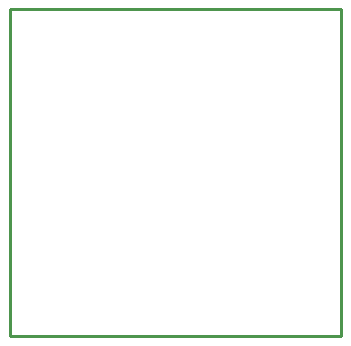
<source format=gko>
G04*
G04 #@! TF.GenerationSoftware,Altium Limited,Altium Designer,20.1.12 (249)*
G04*
G04 Layer_Color=65280*
%FSLAX25Y25*%
%MOIN*%
G70*
G04*
G04 #@! TF.SameCoordinates,D8CEFF92-047C-410D-934D-B173C227594B*
G04*
G04*
G04 #@! TF.FilePolarity,Positive*
G04*
G01*
G75*
%ADD10C,0.01000*%
D10*
Y71000D02*
X110500D01*
Y180000D01*
X110464Y180036D02*
X110500Y180000D01*
X137Y180036D02*
X110464D01*
X0Y179900D02*
X137Y180036D01*
X0Y71000D02*
Y179900D01*
M02*

</source>
